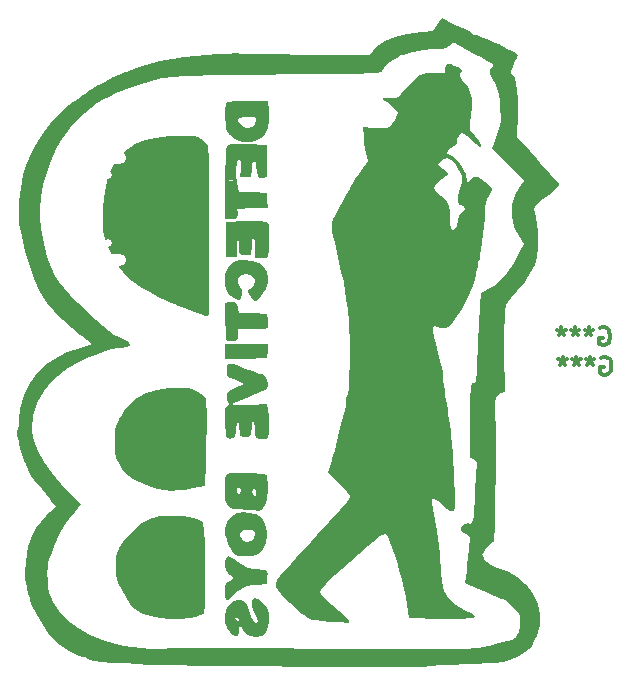
<source format=gbr>
%TF.GenerationSoftware,KiCad,Pcbnew,(6.0.0)*%
%TF.CreationDate,2023-02-19T23:28:08+01:00*%
%TF.ProjectId,DETECTIVE BOYS BADGE,44455445-4354-4495-9645-20424f595320,rev?*%
%TF.SameCoordinates,Original*%
%TF.FileFunction,Legend,Bot*%
%TF.FilePolarity,Positive*%
%FSLAX46Y46*%
G04 Gerber Fmt 4.6, Leading zero omitted, Abs format (unit mm)*
G04 Created by KiCad (PCBNEW (6.0.0)) date 2023-02-19 23:28:08*
%MOMM*%
%LPD*%
G01*
G04 APERTURE LIST*
%ADD10C,0.300000*%
%ADD11C,1.500000*%
%ADD12C,0.900000*%
%ADD13C,0.650000*%
%ADD14O,1.600000X1.000000*%
%ADD15O,2.100000X1.000000*%
G04 APERTURE END LIST*
D10*
%TO.C,G\u002A\u002A\u002A*%
X179742571Y-126238000D02*
X179887714Y-126165428D01*
X180105428Y-126165428D01*
X180323142Y-126238000D01*
X180468285Y-126383142D01*
X180540857Y-126528285D01*
X180613428Y-126818571D01*
X180613428Y-127036285D01*
X180540857Y-127326571D01*
X180468285Y-127471714D01*
X180323142Y-127616857D01*
X180105428Y-127689428D01*
X179960285Y-127689428D01*
X179742571Y-127616857D01*
X179670000Y-127544285D01*
X179670000Y-127036285D01*
X179960285Y-127036285D01*
X178799142Y-126165428D02*
X178799142Y-126528285D01*
X179162000Y-126383142D02*
X178799142Y-126528285D01*
X178436285Y-126383142D01*
X179016857Y-126818571D02*
X178799142Y-126528285D01*
X178581428Y-126818571D01*
X177638000Y-126165428D02*
X177638000Y-126528285D01*
X178000857Y-126383142D02*
X177638000Y-126528285D01*
X177275142Y-126383142D01*
X177855714Y-126818571D02*
X177638000Y-126528285D01*
X177420285Y-126818571D01*
X176476857Y-126165428D02*
X176476857Y-126528285D01*
X176839714Y-126383142D02*
X176476857Y-126528285D01*
X176114000Y-126383142D01*
X176694571Y-126818571D02*
X176476857Y-126528285D01*
X176259142Y-126818571D01*
X179842571Y-128738000D02*
X179987714Y-128665428D01*
X180205428Y-128665428D01*
X180423142Y-128738000D01*
X180568285Y-128883142D01*
X180640857Y-129028285D01*
X180713428Y-129318571D01*
X180713428Y-129536285D01*
X180640857Y-129826571D01*
X180568285Y-129971714D01*
X180423142Y-130116857D01*
X180205428Y-130189428D01*
X180060285Y-130189428D01*
X179842571Y-130116857D01*
X179770000Y-130044285D01*
X179770000Y-129536285D01*
X180060285Y-129536285D01*
X178899142Y-128665428D02*
X178899142Y-129028285D01*
X179262000Y-128883142D02*
X178899142Y-129028285D01*
X178536285Y-128883142D01*
X179116857Y-129318571D02*
X178899142Y-129028285D01*
X178681428Y-129318571D01*
X177738000Y-128665428D02*
X177738000Y-129028285D01*
X178100857Y-128883142D02*
X177738000Y-129028285D01*
X177375142Y-128883142D01*
X177955714Y-129318571D02*
X177738000Y-129028285D01*
X177520285Y-129318571D01*
X176576857Y-128665428D02*
X176576857Y-129028285D01*
X176939714Y-128883142D02*
X176576857Y-129028285D01*
X176214000Y-128883142D01*
X176794571Y-129318571D02*
X176576857Y-129028285D01*
X176359142Y-129318571D01*
G36*
X150571279Y-151193424D02*
G01*
X150700032Y-151177080D01*
X150769436Y-151021546D01*
X150712140Y-150763215D01*
X150531280Y-150459569D01*
X150495474Y-150408797D01*
X150368031Y-150112479D01*
X150296080Y-149755621D01*
X150283632Y-149410829D01*
X150334698Y-149150709D01*
X150453288Y-149047867D01*
X150478307Y-149049268D01*
X150747302Y-149150168D01*
X151076279Y-149366272D01*
X151381960Y-149635090D01*
X151581069Y-149894135D01*
X151636547Y-150022923D01*
X151735462Y-150508007D01*
X151724944Y-151049593D01*
X151617640Y-151575191D01*
X151426200Y-152012310D01*
X151163273Y-152288461D01*
X151071805Y-152334894D01*
X150619216Y-152417116D01*
X150145450Y-152313355D01*
X149719069Y-152048638D01*
X149408634Y-151647990D01*
X149222507Y-151274882D01*
X149214808Y-151786493D01*
X149195903Y-152085832D01*
X149125783Y-152255087D01*
X148977052Y-152298104D01*
X148956211Y-152296972D01*
X148711493Y-152180448D01*
X148436891Y-151921749D01*
X148195052Y-151591029D01*
X148048624Y-151258440D01*
X148035974Y-151205092D01*
X148002249Y-150771351D01*
X148882422Y-150771351D01*
X148966351Y-150913744D01*
X149057797Y-151014540D01*
X149161660Y-151094313D01*
X149182364Y-151074361D01*
X149207109Y-150913744D01*
X149180662Y-150823292D01*
X149011801Y-150733176D01*
X148993013Y-150733344D01*
X148882422Y-150771351D01*
X148002249Y-150771351D01*
X147990465Y-150619801D01*
X148103297Y-150084954D01*
X148349649Y-149646291D01*
X148704702Y-149349552D01*
X149143637Y-149240474D01*
X149376827Y-149251895D01*
X149600761Y-149323251D01*
X149771280Y-149498293D01*
X149926323Y-149820146D01*
X150103828Y-150331933D01*
X150230188Y-150684154D01*
X150344257Y-150913744D01*
X150411397Y-151048879D01*
X150571279Y-151193424D01*
G37*
G36*
X148430648Y-129233916D02*
G01*
X148747341Y-129313135D01*
X149188575Y-129458673D01*
X149700565Y-129654163D01*
X150110015Y-129817497D01*
X150558408Y-129988682D01*
X150887551Y-130105272D01*
X151045919Y-130148341D01*
X151098143Y-130153062D01*
X151347978Y-130299016D01*
X151538729Y-130591234D01*
X151614692Y-130951095D01*
X151604413Y-131141512D01*
X151531732Y-131319009D01*
X151342402Y-131466778D01*
X150982702Y-131643694D01*
X150974721Y-131647334D01*
X150193805Y-132000229D01*
X149605781Y-132257860D01*
X149187114Y-132429902D01*
X148914265Y-132526031D01*
X148763699Y-132555924D01*
X148690027Y-132572409D01*
X148671445Y-132686080D01*
X148726650Y-132721962D01*
X148986888Y-132760327D01*
X149462607Y-132763517D01*
X150165204Y-132731882D01*
X151578521Y-132647528D01*
X151655472Y-133113337D01*
X151667317Y-133189872D01*
X151715370Y-133661647D01*
X151736489Y-134182308D01*
X151732323Y-134694071D01*
X151704521Y-135139152D01*
X151654729Y-135459769D01*
X151584598Y-135598138D01*
X151288217Y-135651208D01*
X150934444Y-135631555D01*
X150681754Y-135537405D01*
X150630538Y-135461166D01*
X150558626Y-135175116D01*
X150531280Y-134768199D01*
X150516675Y-134492733D01*
X150461426Y-134227083D01*
X150386473Y-134113072D01*
X150314935Y-134178683D01*
X150269931Y-134451896D01*
X150248458Y-134776067D01*
X150223270Y-135032619D01*
X150190070Y-135176727D01*
X150137347Y-135280321D01*
X150088836Y-135335601D01*
X149845280Y-135450415D01*
X149550778Y-135479439D01*
X149333686Y-135403070D01*
X149294732Y-135335954D01*
X149231904Y-135065941D01*
X149207109Y-134698673D01*
X149190306Y-134365242D01*
X149134557Y-134156448D01*
X149060287Y-134165875D01*
X148989015Y-134384893D01*
X148942264Y-134804874D01*
X148919208Y-135135180D01*
X148867977Y-135381962D01*
X148761863Y-135507644D01*
X148568822Y-135578612D01*
X148422462Y-135610626D01*
X148235872Y-135576012D01*
X148117400Y-135368271D01*
X148098656Y-135304556D01*
X148049979Y-134984479D01*
X148016055Y-134526509D01*
X148003318Y-134007377D01*
X148007337Y-133640693D01*
X148034328Y-133204797D01*
X148092603Y-132936939D01*
X148188989Y-132792448D01*
X148291208Y-132672212D01*
X148249178Y-132512875D01*
X148161131Y-132315642D01*
X148123697Y-132009851D01*
X148123853Y-131981101D01*
X148148310Y-131780602D01*
X148248964Y-131631411D01*
X148475116Y-131487091D01*
X148876067Y-131301207D01*
X149628436Y-130970105D01*
X149267299Y-130808075D01*
X148910974Y-130653079D01*
X148514929Y-130488186D01*
X148452334Y-130462304D01*
X148234845Y-130335793D01*
X148142756Y-130149839D01*
X148123697Y-129814230D01*
X148123747Y-129796801D01*
X148169841Y-129404057D01*
X148303699Y-129229058D01*
X148430648Y-129233916D01*
G37*
G36*
X151144335Y-117172455D02*
G01*
X151417662Y-117211226D01*
X151564978Y-117276466D01*
X151611602Y-117325295D01*
X151679519Y-117477541D01*
X151717678Y-117739068D01*
X151730722Y-118153529D01*
X151723295Y-118764575D01*
X151710342Y-119225285D01*
X151690434Y-119698387D01*
X151668395Y-120036586D01*
X151647062Y-120186967D01*
X151612887Y-120212101D01*
X151398716Y-120258750D01*
X151065882Y-120277251D01*
X150531280Y-120277251D01*
X150531280Y-119434597D01*
X150529624Y-119281350D01*
X150498971Y-118849962D01*
X150441594Y-118635215D01*
X150373198Y-118642459D01*
X150309488Y-118877042D01*
X150266171Y-119344313D01*
X150260585Y-119459071D01*
X150233918Y-119820879D01*
X150182844Y-120009359D01*
X150080317Y-120079088D01*
X149899290Y-120084645D01*
X149800787Y-120081042D01*
X149454266Y-120055226D01*
X149278385Y-119975892D01*
X149215285Y-119789298D01*
X149207109Y-119441702D01*
X149199383Y-119237099D01*
X149151662Y-118924018D01*
X149074821Y-118765152D01*
X149007965Y-118788875D01*
X148974778Y-119009078D01*
X148984537Y-119450227D01*
X149026541Y-120217062D01*
X148063508Y-120217062D01*
X148063508Y-117237592D01*
X149720257Y-117179028D01*
X150088349Y-117167384D01*
X150712172Y-117158419D01*
X151144335Y-117172455D01*
G37*
G36*
X149075505Y-114258294D02*
G01*
X149150238Y-114679621D01*
X150352370Y-114739811D01*
X151554503Y-114800000D01*
X151590745Y-115427856D01*
X151626988Y-116055711D01*
X150326764Y-116089941D01*
X149026541Y-116124171D01*
X149059733Y-116420515D01*
X149067474Y-116635917D01*
X149033416Y-116871937D01*
X149020540Y-116894444D01*
X148830203Y-116990269D01*
X148491061Y-117027014D01*
X148008214Y-117027014D01*
X148010266Y-114061403D01*
X148011103Y-113738852D01*
X148313941Y-113738852D01*
X148484835Y-113757770D01*
X148650431Y-113740990D01*
X148635308Y-113697053D01*
X148580818Y-113681153D01*
X148334361Y-113697053D01*
X148313941Y-113738852D01*
X148011103Y-113738852D01*
X148011182Y-113708352D01*
X148020245Y-112816742D01*
X148038103Y-112060587D01*
X148063734Y-111466202D01*
X148096116Y-111059901D01*
X148134230Y-110867998D01*
X148188691Y-110789186D01*
X148291886Y-110723221D01*
X148474963Y-110683095D01*
X148778105Y-110664399D01*
X149241496Y-110662722D01*
X149905322Y-110673657D01*
X151554503Y-110707109D01*
X151554503Y-113475830D01*
X151178998Y-113512378D01*
X151170089Y-113513216D01*
X150914959Y-113492170D01*
X150757427Y-113347351D01*
X150677029Y-113040677D01*
X150653303Y-112534064D01*
X150644454Y-112320149D01*
X150586443Y-112138597D01*
X150453385Y-112112737D01*
X150334009Y-112191982D01*
X150267807Y-112408786D01*
X150242722Y-112813744D01*
X150230332Y-113475830D01*
X149283107Y-113475830D01*
X149313813Y-112723460D01*
X149320917Y-112497603D01*
X149311296Y-112172129D01*
X149259605Y-112013108D01*
X149155435Y-111971090D01*
X149096602Y-111982038D01*
X149015138Y-112085948D01*
X148970826Y-112337740D01*
X148952096Y-112783649D01*
X148949190Y-113201252D01*
X148955304Y-113541831D01*
X148969306Y-113716588D01*
X148972501Y-113729377D01*
X148974917Y-113740990D01*
X149016749Y-113942090D01*
X149075505Y-114258294D01*
G37*
G36*
X169985508Y-116880486D02*
G01*
X169934246Y-117581363D01*
X169865710Y-118301604D01*
X169786236Y-118989271D01*
X169702160Y-119592424D01*
X169619816Y-120059127D01*
X169545543Y-120337441D01*
X169542428Y-120345191D01*
X169454488Y-120638116D01*
X169379501Y-120999526D01*
X169373324Y-121037480D01*
X169317086Y-121348310D01*
X169272806Y-121541232D01*
X169268603Y-121554864D01*
X169214224Y-121767717D01*
X169142563Y-122082939D01*
X168987414Y-122648857D01*
X168601445Y-123584378D01*
X168030486Y-124603397D01*
X167263981Y-125726387D01*
X167072050Y-125980438D01*
X166878894Y-126171606D01*
X166668961Y-126243132D01*
X166369990Y-126215427D01*
X165909716Y-126108901D01*
X165847424Y-126095034D01*
X165662533Y-126095939D01*
X165583562Y-126216235D01*
X165602074Y-126491744D01*
X165709628Y-126958294D01*
X165855927Y-127524288D01*
X166057503Y-128325281D01*
X166211003Y-128976362D01*
X166326890Y-129529023D01*
X166415625Y-130034752D01*
X166487671Y-130545039D01*
X166553491Y-131111375D01*
X166582348Y-131362614D01*
X166653851Y-131894887D01*
X166727095Y-132341196D01*
X166790061Y-132624661D01*
X166801110Y-132663202D01*
X166873313Y-133056247D01*
X166902844Y-133479446D01*
X166903508Y-133533132D01*
X166941458Y-133954116D01*
X167019785Y-134313553D01*
X167054272Y-134475066D01*
X167105985Y-134861456D01*
X167161354Y-135404220D01*
X167215661Y-136055939D01*
X167264185Y-136769194D01*
X167301746Y-137390813D01*
X167365260Y-138453056D01*
X167414697Y-139310493D01*
X167450515Y-139986713D01*
X167473169Y-140505304D01*
X167483117Y-140889855D01*
X167480816Y-141163956D01*
X167466721Y-141351194D01*
X167441289Y-141475160D01*
X167404978Y-141559441D01*
X167358244Y-141627628D01*
X167296610Y-141700502D01*
X167196386Y-141750653D01*
X167052474Y-141703274D01*
X166818648Y-141538483D01*
X166448679Y-141236395D01*
X166022579Y-140894861D01*
X165715291Y-140689212D01*
X165541624Y-140643414D01*
X165482003Y-140752764D01*
X165516852Y-141012559D01*
X165636649Y-141564501D01*
X165804033Y-142472302D01*
X165942687Y-143450237D01*
X166016180Y-144029775D01*
X166104392Y-144714935D01*
X166183023Y-145316114D01*
X166239875Y-145831897D01*
X166284819Y-146427826D01*
X166301744Y-146922705D01*
X166360077Y-147759409D01*
X166574576Y-148526958D01*
X166966189Y-149161561D01*
X167555146Y-149695002D01*
X168361678Y-150159066D01*
X168650117Y-150299579D01*
X168969199Y-150472035D01*
X169144007Y-150604688D01*
X169160774Y-150702196D01*
X169005732Y-150769221D01*
X168665111Y-150810422D01*
X168125143Y-150830458D01*
X167372061Y-150833990D01*
X166392097Y-150825678D01*
X163594145Y-150793365D01*
X163312133Y-149108057D01*
X163295584Y-149011333D01*
X163152460Y-148286972D01*
X162970734Y-147511409D01*
X162761797Y-146720415D01*
X162537045Y-145949759D01*
X162307868Y-145235209D01*
X162085661Y-144612537D01*
X161881816Y-144117510D01*
X161707726Y-143785900D01*
X161574785Y-143653476D01*
X161510998Y-143654021D01*
X161256713Y-143751743D01*
X160963095Y-143953034D01*
X160915479Y-143993262D01*
X160102655Y-144684750D01*
X159312346Y-145365517D01*
X158567673Y-146014974D01*
X157891754Y-146612531D01*
X157307711Y-147137599D01*
X156838662Y-147569586D01*
X156507728Y-147887905D01*
X156338029Y-148071965D01*
X156301887Y-148122349D01*
X156136107Y-148401572D01*
X156068721Y-148602329D01*
X156069371Y-148614777D01*
X156128856Y-148749307D01*
X156298887Y-148953803D01*
X156599275Y-149247809D01*
X157049830Y-149650868D01*
X157670360Y-150182526D01*
X157712215Y-150218149D01*
X158063023Y-150533498D01*
X158340001Y-150810484D01*
X158486359Y-150992722D01*
X158531462Y-151102540D01*
X158486166Y-151167521D01*
X158293701Y-151181048D01*
X157907943Y-151156151D01*
X157427295Y-151119483D01*
X156834160Y-151076641D01*
X156257663Y-151036957D01*
X156223606Y-151034661D01*
X155715252Y-150987241D01*
X155350364Y-150909114D01*
X155036739Y-150771533D01*
X154682172Y-150545750D01*
X154381085Y-150315413D01*
X153972957Y-149961874D01*
X153531982Y-149549244D01*
X153101330Y-149120630D01*
X152724171Y-148719139D01*
X152443672Y-148387881D01*
X152303004Y-148169961D01*
X152287385Y-148122808D01*
X152278808Y-147885404D01*
X152387360Y-147597193D01*
X152629737Y-147232033D01*
X153022636Y-146763783D01*
X153582752Y-146166303D01*
X154020420Y-145705728D01*
X154629204Y-145046646D01*
X155241320Y-144367372D01*
X155774074Y-143758760D01*
X156232679Y-143231697D01*
X156771707Y-142626688D01*
X157291313Y-142056389D01*
X157723934Y-141595748D01*
X157988413Y-141312170D01*
X158302456Y-140947448D01*
X158517155Y-140662403D01*
X158596683Y-140501937D01*
X158541068Y-140383492D01*
X158342907Y-140122273D01*
X158034910Y-139772384D01*
X157652601Y-139376186D01*
X156708520Y-138437642D01*
X156943357Y-137753892D01*
X157065611Y-137388774D01*
X157179316Y-137016768D01*
X157287207Y-136614459D01*
X157407530Y-136113370D01*
X157558530Y-135445024D01*
X157666784Y-134987658D01*
X157825854Y-134366538D01*
X157984101Y-133791334D01*
X157989036Y-133774159D01*
X158113409Y-133286144D01*
X158201867Y-132836774D01*
X158235545Y-132521334D01*
X158235622Y-132507125D01*
X158272938Y-132197669D01*
X158357915Y-132000190D01*
X158363921Y-131992821D01*
X158417340Y-131798536D01*
X158463727Y-131406521D01*
X158502279Y-130855630D01*
X158532196Y-130184719D01*
X158552675Y-129432642D01*
X158562917Y-128638254D01*
X158562120Y-127840410D01*
X158549481Y-127077965D01*
X158524201Y-126389774D01*
X158485478Y-125814692D01*
X158475820Y-125708348D01*
X158372050Y-124634037D01*
X158273483Y-123756470D01*
X158174666Y-123035460D01*
X158070143Y-122430822D01*
X157954461Y-121902370D01*
X157941138Y-121847828D01*
X157665077Y-120708678D01*
X157445259Y-119777426D01*
X157277644Y-119029973D01*
X157158194Y-118442219D01*
X157082867Y-117990067D01*
X157047625Y-117649415D01*
X157048429Y-117396166D01*
X157081238Y-117206219D01*
X157142013Y-117055476D01*
X157169958Y-117000592D01*
X157304514Y-116716185D01*
X157461589Y-116364929D01*
X157616973Y-116047307D01*
X157863665Y-115598900D01*
X158133794Y-115148129D01*
X158156824Y-115111447D01*
X158379306Y-114745589D01*
X158536868Y-114466107D01*
X158575042Y-114379851D01*
X165699053Y-114379851D01*
X165751776Y-114509319D01*
X165962272Y-114751245D01*
X166283329Y-115016608D01*
X166300141Y-115028725D01*
X166619692Y-115288082D01*
X166829560Y-115553036D01*
X166951961Y-115882153D01*
X167009110Y-116333997D01*
X167023223Y-116967132D01*
X167055175Y-117431711D01*
X167158884Y-117791296D01*
X167306220Y-117940376D01*
X167467866Y-117874273D01*
X167614502Y-117588309D01*
X167716810Y-117077806D01*
X167764815Y-116781529D01*
X167871770Y-116544111D01*
X168063153Y-116418766D01*
X168237209Y-116317613D01*
X168329093Y-116122505D01*
X168221000Y-115931084D01*
X167926067Y-115802411D01*
X167796044Y-115751730D01*
X167717185Y-115596999D01*
X167714744Y-115276874D01*
X167727551Y-115147051D01*
X167813802Y-114691602D01*
X167944584Y-114241001D01*
X167958568Y-114201897D01*
X168057304Y-113891748D01*
X168079359Y-113653977D01*
X168018809Y-113390641D01*
X167869725Y-113003794D01*
X167749526Y-112739880D01*
X167449106Y-112269502D01*
X167119732Y-111961529D01*
X166796326Y-111853388D01*
X166573310Y-111923541D01*
X166300948Y-112092887D01*
X166000000Y-112329709D01*
X166481517Y-112756114D01*
X166706022Y-112960007D01*
X166851157Y-113127035D01*
X166852700Y-113232569D01*
X166733792Y-113329175D01*
X166399696Y-113566859D01*
X166043609Y-113879218D01*
X165793482Y-114167050D01*
X165699053Y-114379851D01*
X158575042Y-114379851D01*
X158596683Y-114330952D01*
X158640587Y-114237886D01*
X158795484Y-113979498D01*
X159035808Y-113603022D01*
X159333945Y-113152593D01*
X160071207Y-112056127D01*
X159940327Y-111441808D01*
X159878779Y-111101859D01*
X159802596Y-110550779D01*
X159748866Y-110010280D01*
X159688286Y-109193072D01*
X160576630Y-109273572D01*
X160671008Y-109281938D01*
X161252361Y-109316223D01*
X161657590Y-109287017D01*
X161940570Y-109174543D01*
X162155176Y-108959026D01*
X162355282Y-108620692D01*
X162659449Y-108034425D01*
X162283279Y-107604979D01*
X162186053Y-107500192D01*
X161853481Y-107199766D01*
X161545972Y-106989979D01*
X161489709Y-106959659D01*
X161335230Y-106844430D01*
X161365403Y-106790849D01*
X161431707Y-106786561D01*
X161721690Y-106771841D01*
X162096231Y-106755935D01*
X162150916Y-106753602D01*
X162439525Y-106721450D01*
X162659951Y-106628431D01*
X162883041Y-106430607D01*
X163179644Y-106084042D01*
X163467898Y-105752764D01*
X163848027Y-105358435D01*
X164175301Y-105060819D01*
X164289872Y-104970963D01*
X164528489Y-104816943D01*
X164785234Y-104725320D01*
X165134316Y-104675204D01*
X165649945Y-104645704D01*
X166662086Y-104603257D01*
X166662086Y-104261576D01*
X166700168Y-103979586D01*
X166848711Y-103830063D01*
X167108611Y-103893725D01*
X167114106Y-103896680D01*
X167380783Y-104024625D01*
X167715403Y-104167947D01*
X167996665Y-104305374D01*
X168098499Y-104438748D01*
X167986256Y-104567773D01*
X167971990Y-104577235D01*
X167868704Y-104777312D01*
X167942304Y-105057981D01*
X168178263Y-105359348D01*
X168188873Y-105369302D01*
X168542638Y-105774676D01*
X168772702Y-106230831D01*
X168888331Y-106781231D01*
X168898788Y-107469335D01*
X168813338Y-108338606D01*
X168771783Y-108669244D01*
X168730169Y-109140757D01*
X168738448Y-109422176D01*
X168796195Y-109543288D01*
X168952154Y-109679322D01*
X169184347Y-109946044D01*
X169418335Y-110258480D01*
X169599085Y-110542421D01*
X169671564Y-110723662D01*
X169669125Y-110775439D01*
X169617695Y-110869199D01*
X169479776Y-110827953D01*
X169229436Y-110638037D01*
X168840748Y-110285782D01*
X168807230Y-110254498D01*
X168477381Y-109965827D01*
X168207466Y-109761455D01*
X168053105Y-109683886D01*
X167933571Y-109736440D01*
X167771076Y-109945200D01*
X167664561Y-110219468D01*
X167665171Y-110457281D01*
X167645602Y-110626967D01*
X167401546Y-110818602D01*
X167128818Y-110990018D01*
X166901817Y-111189863D01*
X166874545Y-111223486D01*
X166799994Y-111378880D01*
X166910585Y-111488629D01*
X167179409Y-111658288D01*
X167720688Y-112107726D01*
X168058323Y-112572986D01*
X168083800Y-112625553D01*
X168244945Y-112957233D01*
X168365106Y-113203343D01*
X168417883Y-113346683D01*
X168467773Y-113662962D01*
X168467773Y-113913551D01*
X168817399Y-113664595D01*
X168858325Y-113635877D01*
X169107211Y-113479435D01*
X169256361Y-113415640D01*
X169397739Y-113461800D01*
X169672726Y-113622087D01*
X169997761Y-113851028D01*
X170308989Y-114100047D01*
X170542553Y-114320572D01*
X170634598Y-114464030D01*
X170630586Y-114501318D01*
X170532960Y-114743845D01*
X170345674Y-115035695D01*
X170273203Y-115136873D01*
X170158233Y-115356516D01*
X170083232Y-115635201D01*
X170034916Y-116033500D01*
X170029544Y-116122505D01*
X170000004Y-116611986D01*
X169985508Y-116880486D01*
G37*
G36*
X144347414Y-131270283D02*
G01*
X144946622Y-131335043D01*
X145388725Y-131448153D01*
X145750155Y-131637525D01*
X146107346Y-131931070D01*
X146159066Y-131979640D01*
X146276334Y-132105095D01*
X146355087Y-132246652D01*
X146402980Y-132449241D01*
X146427664Y-132757796D01*
X146436794Y-133217245D01*
X146438021Y-133872522D01*
X146437266Y-134110408D01*
X146428418Y-134896694D01*
X146411206Y-135796343D01*
X146387614Y-136715931D01*
X146359628Y-137562035D01*
X146281603Y-139618856D01*
X145246489Y-139804802D01*
X144622420Y-139908691D01*
X143993992Y-139980849D01*
X143447576Y-139991105D01*
X142899999Y-139940122D01*
X142268090Y-139828564D01*
X141562515Y-139640952D01*
X140539546Y-139178825D01*
X140247459Y-139004164D01*
X139846021Y-138733901D01*
X139553840Y-138466999D01*
X139302732Y-138135648D01*
X139024516Y-137672038D01*
X138885430Y-137413570D01*
X138776070Y-137141475D01*
X138714111Y-136839817D01*
X138686065Y-136438231D01*
X138678448Y-135866351D01*
X138678137Y-135701717D01*
X138684717Y-135191583D01*
X138716746Y-134823802D01*
X138791593Y-134520204D01*
X138926630Y-134202622D01*
X139139228Y-133792888D01*
X139157842Y-133758380D01*
X139458899Y-133266352D01*
X139800212Y-132799590D01*
X140111456Y-132454875D01*
X140536633Y-132127214D01*
X141325749Y-131721669D01*
X142249109Y-131432895D01*
X143253658Y-131275997D01*
X144286342Y-131266084D01*
X144347414Y-131270283D01*
G37*
G36*
X148977698Y-124163109D02*
G01*
X149086730Y-124491888D01*
X149146920Y-124911848D01*
X150350711Y-124972038D01*
X151554503Y-125032228D01*
X151629544Y-125573934D01*
X151648662Y-125731102D01*
X151668643Y-126041314D01*
X151652534Y-126205924D01*
X151573677Y-126234016D01*
X151295346Y-126266146D01*
X150867770Y-126288088D01*
X150343607Y-126296209D01*
X149086730Y-126296209D01*
X149086730Y-126769729D01*
X149086713Y-126785688D01*
X149065506Y-127089457D01*
X148971341Y-127233435D01*
X148755688Y-127294564D01*
X148574628Y-127322272D01*
X148354597Y-127337897D01*
X148207800Y-127287397D01*
X148118085Y-127135870D01*
X148069304Y-126848411D01*
X148045306Y-126390117D01*
X148029941Y-125726086D01*
X147996374Y-124135714D01*
X148291272Y-124061699D01*
X148371050Y-124043027D01*
X148750478Y-124019621D01*
X148977698Y-124163109D01*
G37*
G36*
X144623595Y-109925568D02*
G01*
X145114830Y-109937280D01*
X145452867Y-109982753D01*
X145717292Y-110079979D01*
X145987692Y-110246950D01*
X146118207Y-110342424D01*
X146401023Y-110585764D01*
X146566304Y-110781379D01*
X146578017Y-110845145D01*
X146596325Y-111127815D01*
X146612842Y-111608203D01*
X146627519Y-112260516D01*
X146640308Y-113058964D01*
X146651160Y-113977753D01*
X146660024Y-114991093D01*
X146666853Y-116073191D01*
X146671597Y-117198255D01*
X146674207Y-118340494D01*
X146674635Y-119474116D01*
X146672831Y-120573329D01*
X146668746Y-121612340D01*
X146662331Y-122565359D01*
X146653537Y-123406593D01*
X146642315Y-124110251D01*
X146628616Y-124650540D01*
X146612392Y-125001669D01*
X146593592Y-125137846D01*
X146585304Y-125145996D01*
X146495254Y-125212796D01*
X146405471Y-125195266D01*
X146120846Y-125110531D01*
X145711330Y-124974565D01*
X145237245Y-124808638D01*
X144758914Y-124634022D01*
X144336660Y-124471986D01*
X144030806Y-124343801D01*
X143777705Y-124229259D01*
X143219496Y-123982357D01*
X142706636Y-123761601D01*
X142510042Y-123671794D01*
X142040164Y-123429521D01*
X141496503Y-123124353D01*
X140961138Y-122801438D01*
X140140477Y-122221370D01*
X139394062Y-121515177D01*
X138769723Y-120686006D01*
X138216092Y-119675356D01*
X138139404Y-119513943D01*
X137946046Y-119082725D01*
X137821575Y-118727767D01*
X137747917Y-118369819D01*
X137706998Y-117929633D01*
X137680747Y-117327962D01*
X137685628Y-115937789D01*
X137821425Y-114611895D01*
X138096048Y-113469440D01*
X138512498Y-112501467D01*
X139073777Y-111699015D01*
X139782885Y-111053123D01*
X140373344Y-110685722D01*
X141187266Y-110343700D01*
X142137621Y-110107651D01*
X143254013Y-109970596D01*
X144566042Y-109925558D01*
X144623595Y-109925568D01*
G37*
G36*
X151393430Y-109791974D02*
G01*
X151044406Y-110163625D01*
X150560578Y-110381950D01*
X150123623Y-110471197D01*
X149430952Y-110470955D01*
X148858215Y-110263096D01*
X148403232Y-109847082D01*
X148339106Y-109760279D01*
X148198923Y-109524084D01*
X148111347Y-109254450D01*
X148059037Y-108882272D01*
X148035495Y-108509956D01*
X149097581Y-108509956D01*
X149129798Y-108702822D01*
X149336226Y-109005567D01*
X149576797Y-109221689D01*
X149877932Y-109322749D01*
X149961014Y-109315928D01*
X150288208Y-109174450D01*
X150546672Y-108909595D01*
X150651659Y-108600474D01*
X150630657Y-108476356D01*
X150528740Y-108400643D01*
X150292652Y-108367220D01*
X149869195Y-108359716D01*
X149630601Y-108363196D01*
X149258280Y-108404303D01*
X149097581Y-108509956D01*
X148035495Y-108509956D01*
X148024650Y-108338443D01*
X148017906Y-108170476D01*
X148015370Y-107674353D01*
X148041102Y-107313171D01*
X148092152Y-107139318D01*
X148121964Y-107123702D01*
X148353032Y-107081157D01*
X148763818Y-107045136D01*
X149308957Y-107018914D01*
X149943086Y-107005764D01*
X151674882Y-106991348D01*
X151712803Y-107765816D01*
X151715623Y-108523841D01*
X151704993Y-108600474D01*
X151614788Y-109250784D01*
X151393430Y-109791974D01*
G37*
G36*
X148284802Y-145556982D02*
G01*
X148449859Y-145626911D01*
X148744904Y-145801269D01*
X149108136Y-146043651D01*
X149540336Y-146319163D01*
X149975231Y-146506443D01*
X150437536Y-146593079D01*
X150772626Y-146626442D01*
X151197064Y-146679941D01*
X151448649Y-146750339D01*
X151569754Y-146864955D01*
X151602752Y-147051108D01*
X151590018Y-147336119D01*
X151554503Y-147904266D01*
X150645467Y-147964455D01*
X150292271Y-147993601D01*
X149850420Y-148069891D01*
X149489629Y-148214914D01*
X149129290Y-148465499D01*
X148688799Y-148858478D01*
X148512523Y-149016488D01*
X148262908Y-149212182D01*
X148116998Y-149288626D01*
X148065129Y-149208352D01*
X148020489Y-148946029D01*
X148003318Y-148564581D01*
X148011338Y-148172772D01*
X148056199Y-147919473D01*
X148167832Y-147758581D01*
X148376155Y-147613802D01*
X148748991Y-147387066D01*
X148376155Y-147111416D01*
X148229476Y-146992503D01*
X148049347Y-146738416D01*
X148003318Y-146386733D01*
X148025003Y-146002027D01*
X148118589Y-145670471D01*
X148281821Y-145556872D01*
X148284802Y-145556982D01*
G37*
G36*
X143609479Y-142149020D02*
G01*
X143891222Y-142152631D01*
X144501470Y-142173786D01*
X144951930Y-142217599D01*
X145301267Y-142291526D01*
X145608151Y-142403021D01*
X146162274Y-142644061D01*
X146237885Y-143528666D01*
X146246329Y-143637956D01*
X146271842Y-144127789D01*
X146291151Y-144755356D01*
X146304406Y-145482811D01*
X146311758Y-146272310D01*
X146313359Y-147086009D01*
X146309359Y-147886062D01*
X146299909Y-148634626D01*
X146285161Y-149293855D01*
X146265266Y-149825906D01*
X146240373Y-150192933D01*
X146210636Y-150357092D01*
X146141663Y-150421307D01*
X145879781Y-150557306D01*
X145519078Y-150680010D01*
X144918077Y-150790433D01*
X144156932Y-150840554D01*
X143333051Y-150825635D01*
X142506553Y-150751232D01*
X141737555Y-150622899D01*
X141086178Y-150446191D01*
X140612538Y-150226663D01*
X140375934Y-150034781D01*
X139979979Y-149591001D01*
X139585365Y-149025907D01*
X139236369Y-148405340D01*
X138977270Y-147795136D01*
X138803491Y-147103913D01*
X138732306Y-146297223D01*
X138793042Y-145536310D01*
X138985481Y-144899130D01*
X139013235Y-144842549D01*
X139348241Y-144324977D01*
X139825581Y-143765143D01*
X140381996Y-143225111D01*
X140954226Y-142766945D01*
X141479011Y-142452711D01*
X141590238Y-142402144D01*
X141889669Y-142281806D01*
X142178503Y-142205278D01*
X142519545Y-142163606D01*
X142975602Y-142147837D01*
X143609479Y-142149020D01*
G37*
G36*
X151614692Y-128142022D02*
G01*
X151612071Y-128276693D01*
X151583782Y-128583595D01*
X151534440Y-128743918D01*
X151506423Y-128755105D01*
X151284479Y-128782305D01*
X150884055Y-128804223D01*
X150350398Y-128818849D01*
X149728752Y-128824171D01*
X148003318Y-128824171D01*
X148003318Y-127620379D01*
X151614692Y-127620379D01*
X151614692Y-128142022D01*
G37*
G36*
X149590642Y-120473505D02*
G01*
X150268264Y-120534213D01*
X150842743Y-120716863D01*
X151257236Y-121035811D01*
X151541135Y-121506623D01*
X151664649Y-121907807D01*
X151667928Y-122423149D01*
X151470473Y-122941695D01*
X151061561Y-123508209D01*
X150869757Y-123714732D01*
X150636325Y-123915831D01*
X150492402Y-123975982D01*
X150350173Y-123853273D01*
X150167501Y-123596979D01*
X150010310Y-123305660D01*
X149938183Y-123076066D01*
X149953779Y-123007299D01*
X150105718Y-122925593D01*
X150108178Y-122925576D01*
X150309960Y-122816792D01*
X150467632Y-122551783D01*
X150531280Y-122214007D01*
X150525739Y-122148406D01*
X150380796Y-121892673D01*
X150096617Y-121719184D01*
X149750343Y-121646903D01*
X149419112Y-121694793D01*
X149180064Y-121881819D01*
X149107065Y-122067415D01*
X149116831Y-122432498D01*
X149282051Y-122742579D01*
X149415132Y-122987960D01*
X149407578Y-123367988D01*
X149353975Y-123646415D01*
X149256696Y-123843784D01*
X149079914Y-123853512D01*
X148766125Y-123705890D01*
X148463604Y-123518713D01*
X148208232Y-123262953D01*
X148058646Y-122928110D01*
X147993279Y-122461470D01*
X147990562Y-121810318D01*
X148002359Y-121661198D01*
X148124964Y-121292372D01*
X148415441Y-120907474D01*
X148459317Y-120859778D01*
X148687454Y-120634161D01*
X148893752Y-120516106D01*
X149165663Y-120473319D01*
X149590642Y-120473505D01*
G37*
G36*
X151461555Y-144454444D02*
G01*
X151194965Y-144971864D01*
X150805918Y-145343005D01*
X150799459Y-145346962D01*
X150364971Y-145499358D01*
X149741243Y-145553669D01*
X149465262Y-145550729D01*
X149134592Y-145514374D01*
X148906485Y-145415117D01*
X148694311Y-145225830D01*
X148556893Y-145067587D01*
X148220720Y-144495605D01*
X148036873Y-143859837D01*
X148035681Y-143817338D01*
X149233480Y-143817338D01*
X149395784Y-144121279D01*
X149543817Y-144244535D01*
X149871791Y-144334143D01*
X150191934Y-144246501D01*
X150434883Y-144010172D01*
X150531280Y-143653715D01*
X150510228Y-143540565D01*
X150327834Y-143357576D01*
X150006108Y-143290572D01*
X149603507Y-143358175D01*
X149589623Y-143362913D01*
X149301553Y-143551838D01*
X149233480Y-143817338D01*
X148035681Y-143817338D01*
X148019183Y-143229154D01*
X148181482Y-142672424D01*
X148202223Y-142633195D01*
X148555604Y-142172007D01*
X149024506Y-141908777D01*
X149640587Y-141825119D01*
X150067513Y-141848488D01*
X150660615Y-142005782D01*
X151092746Y-142327104D01*
X151384650Y-142830972D01*
X151557070Y-143535901D01*
X151562999Y-143653715D01*
X151573760Y-143867558D01*
X151461555Y-144454444D01*
G37*
G36*
X176292417Y-114060572D02*
G01*
X176273308Y-114117468D01*
X176105369Y-114324951D01*
X175799325Y-114611209D01*
X175397995Y-114937929D01*
X174944199Y-115266803D01*
X174927755Y-115278140D01*
X174605220Y-115543681D01*
X174346130Y-115823437D01*
X174333949Y-115839953D01*
X174221495Y-116017376D01*
X174183270Y-116192526D01*
X174217464Y-116443065D01*
X174322265Y-116846660D01*
X174335580Y-116897140D01*
X174433141Y-117417103D01*
X174503357Y-118057699D01*
X174534123Y-118712322D01*
X174517930Y-119412754D01*
X174415754Y-120191985D01*
X174202191Y-120901877D01*
X173855569Y-121593979D01*
X173354216Y-122319842D01*
X172676460Y-123131016D01*
X172562488Y-123261696D01*
X172227266Y-123672264D01*
X171956539Y-124041123D01*
X171800419Y-124301331D01*
X171757071Y-124435140D01*
X171716110Y-124679732D01*
X171685811Y-125040581D01*
X171665214Y-125542575D01*
X171653358Y-126210599D01*
X171649282Y-127069539D01*
X171652026Y-128144280D01*
X171669036Y-131617470D01*
X171398871Y-131720187D01*
X171388513Y-131724185D01*
X171022776Y-131982501D01*
X170838488Y-132389806D01*
X170843961Y-132928011D01*
X170847787Y-132952761D01*
X170871491Y-133246240D01*
X170889948Y-133729357D01*
X170903414Y-134373417D01*
X170912148Y-135149728D01*
X170916406Y-136029598D01*
X170916447Y-136984334D01*
X170912527Y-137985243D01*
X170904905Y-139003632D01*
X170893839Y-140010808D01*
X170879584Y-140978080D01*
X170862400Y-141876753D01*
X170842544Y-142678136D01*
X170820273Y-143353535D01*
X170795845Y-143874259D01*
X170769517Y-144211613D01*
X170741547Y-144336906D01*
X170686545Y-144358919D01*
X170395962Y-144553679D01*
X170105198Y-144842411D01*
X169881458Y-145149834D01*
X169791944Y-145400666D01*
X169797041Y-145457788D01*
X169928231Y-145755490D01*
X170181823Y-146062484D01*
X170483914Y-146302565D01*
X170760603Y-146399526D01*
X170885233Y-146416877D01*
X171055925Y-146519905D01*
X171134044Y-146585206D01*
X171364859Y-146640285D01*
X171597777Y-146684401D01*
X172017343Y-146866282D01*
X172501586Y-147154892D01*
X172990243Y-147513223D01*
X173423049Y-147904266D01*
X173442055Y-147923856D01*
X174101029Y-148738394D01*
X174521516Y-149575718D01*
X174705325Y-150444245D01*
X174654267Y-151352394D01*
X174370153Y-152308581D01*
X174188259Y-152736091D01*
X173972231Y-153141960D01*
X173725634Y-153437406D01*
X173389032Y-153689555D01*
X172902987Y-153965531D01*
X172719865Y-154060592D01*
X172320073Y-154241139D01*
X171910471Y-154376629D01*
X171444875Y-154475565D01*
X170877095Y-154546452D01*
X170160945Y-154597794D01*
X169250237Y-154638095D01*
X168906094Y-154651322D01*
X168152489Y-154683805D01*
X167404832Y-154720200D01*
X166702224Y-154758210D01*
X166083767Y-154795537D01*
X165588562Y-154829884D01*
X165255710Y-154858956D01*
X165124313Y-154880455D01*
X165026883Y-154890942D01*
X164706208Y-154900869D01*
X164181586Y-154908358D01*
X163472877Y-154913531D01*
X162599938Y-154916509D01*
X161582629Y-154917416D01*
X160440807Y-154916374D01*
X159194332Y-154913505D01*
X157863063Y-154908932D01*
X156466857Y-154902777D01*
X155025574Y-154895162D01*
X153559072Y-154886210D01*
X152087209Y-154876043D01*
X150629844Y-154864784D01*
X149206837Y-154852555D01*
X147838045Y-154839478D01*
X146543326Y-154825677D01*
X145342541Y-154811272D01*
X144255547Y-154796387D01*
X143302202Y-154781144D01*
X142502366Y-154765666D01*
X141875898Y-154750074D01*
X141442654Y-154734491D01*
X140692060Y-154697027D01*
X139457431Y-154624132D01*
X138416590Y-154546744D01*
X137578932Y-154465831D01*
X136953850Y-154382364D01*
X136550738Y-154297313D01*
X136378990Y-154211647D01*
X136320028Y-154159047D01*
X136105377Y-154103792D01*
X135869141Y-154053445D01*
X135470621Y-153893591D01*
X134994077Y-153656887D01*
X134502159Y-153377022D01*
X134057521Y-153087687D01*
X133722813Y-152822574D01*
X133563941Y-152666887D01*
X133000943Y-152008281D01*
X132460835Y-151227937D01*
X131984165Y-150394784D01*
X131611482Y-149577749D01*
X131383336Y-148845760D01*
X131355039Y-148713869D01*
X131242928Y-148198327D01*
X131137901Y-147723697D01*
X131095466Y-147450701D01*
X131072749Y-146832296D01*
X131112309Y-146114452D01*
X131208147Y-145380612D01*
X131354264Y-144714218D01*
X131468511Y-144366970D01*
X131682650Y-143845982D01*
X131932850Y-143329838D01*
X132182203Y-142893218D01*
X132393800Y-142610804D01*
X132410969Y-142593365D01*
X132605948Y-142380854D01*
X132843782Y-142106517D01*
X132861712Y-142085492D01*
X133140462Y-141795824D01*
X133404942Y-141571996D01*
X133673390Y-141384493D01*
X133291263Y-140852436D01*
X133176235Y-140695927D01*
X132823067Y-140241084D01*
X132481108Y-139828741D01*
X132215906Y-139522208D01*
X131846255Y-139078500D01*
X131580394Y-138721054D01*
X131380461Y-138391351D01*
X131208599Y-138030872D01*
X131026947Y-137581100D01*
X130976624Y-137448055D01*
X130795296Y-136914436D01*
X130653911Y-136416391D01*
X130579587Y-136046920D01*
X130559164Y-135900168D01*
X130485359Y-135562638D01*
X130401854Y-135360013D01*
X130361445Y-135280692D01*
X130387504Y-135059065D01*
X130399636Y-135034633D01*
X130457653Y-134801204D01*
X130460399Y-134782894D01*
X131633057Y-134782894D01*
X131645608Y-135020552D01*
X131812212Y-135786243D01*
X132157994Y-136638587D01*
X132664465Y-137546944D01*
X133313136Y-138480672D01*
X134085520Y-139409131D01*
X134963127Y-140301681D01*
X135843966Y-141125638D01*
X135264355Y-141775947D01*
X135100154Y-141969797D01*
X134574481Y-142705608D01*
X134063211Y-143578503D01*
X133608157Y-144512552D01*
X133251135Y-145431822D01*
X133180984Y-145647284D01*
X133048603Y-146113950D01*
X132979953Y-146520322D01*
X132962420Y-146966284D01*
X132983387Y-147551723D01*
X132984440Y-147571706D01*
X133029076Y-148170659D01*
X133102133Y-148622090D01*
X133224327Y-149016565D01*
X133416376Y-149444651D01*
X133898663Y-150203929D01*
X134622382Y-150965133D01*
X135530869Y-151649327D01*
X136597156Y-152239305D01*
X137794276Y-152717863D01*
X139095261Y-153067795D01*
X139480424Y-153141503D01*
X140192461Y-153251423D01*
X140927368Y-153337661D01*
X141633204Y-153396292D01*
X142258030Y-153423388D01*
X142749905Y-153415024D01*
X143056890Y-153367272D01*
X143107081Y-153355023D01*
X143388520Y-153326468D01*
X143883178Y-153305662D01*
X144595626Y-153292570D01*
X145530433Y-153287158D01*
X146692171Y-153289391D01*
X148085409Y-153299234D01*
X149714716Y-153316653D01*
X150380414Y-153324620D01*
X152734547Y-153351109D01*
X154972416Y-153373641D01*
X157083650Y-153392197D01*
X159057875Y-153406755D01*
X160884722Y-153417296D01*
X162553819Y-153423799D01*
X164054794Y-153426243D01*
X165377276Y-153424609D01*
X166510893Y-153418875D01*
X167445275Y-153409021D01*
X168170049Y-153395027D01*
X168674844Y-153376873D01*
X168949290Y-153354537D01*
X169394702Y-153282345D01*
X170357497Y-153108182D01*
X171183135Y-152932582D01*
X171846011Y-152761853D01*
X172320518Y-152602298D01*
X172581050Y-152460224D01*
X172641828Y-152398595D01*
X172874724Y-151993205D01*
X173003747Y-151456841D01*
X173007487Y-150869375D01*
X172967595Y-150616573D01*
X172865877Y-150342715D01*
X172666555Y-150076205D01*
X172322958Y-149740048D01*
X172314512Y-149732295D01*
X171979976Y-149447858D01*
X171695706Y-149245380D01*
X171522440Y-149168247D01*
X171507308Y-149167798D01*
X171337302Y-149131758D01*
X171055221Y-149030366D01*
X170635359Y-148852825D01*
X170052008Y-148588337D01*
X169279461Y-148226104D01*
X168345652Y-147783886D01*
X168401414Y-147302370D01*
X168460293Y-146782667D01*
X168516034Y-146258254D01*
X168573979Y-145672473D01*
X168643253Y-144936064D01*
X168739825Y-143893930D01*
X168363041Y-143699087D01*
X168080573Y-143487924D01*
X167986256Y-143213492D01*
X168029995Y-142973284D01*
X168232690Y-142795020D01*
X168613721Y-142771098D01*
X168731254Y-142778726D01*
X168854407Y-142752763D01*
X168942535Y-142654195D01*
X169004628Y-142449434D01*
X169049674Y-142104888D01*
X169086663Y-141586969D01*
X169124582Y-140862085D01*
X169145336Y-140456146D01*
X169185318Y-139728440D01*
X169226886Y-139025221D01*
X169263793Y-138454503D01*
X169292593Y-138003596D01*
X169298635Y-137674331D01*
X169267092Y-137484637D01*
X169188088Y-137381249D01*
X169051746Y-137310901D01*
X168768721Y-137190521D01*
X168768721Y-134060664D01*
X168768919Y-133369836D01*
X168770946Y-132575280D01*
X168777000Y-131974490D01*
X168789277Y-131539894D01*
X168809973Y-131243919D01*
X168841284Y-131058994D01*
X168885407Y-130957545D01*
X168944537Y-130912001D01*
X169020870Y-130894790D01*
X169100775Y-130875662D01*
X169172494Y-130817691D01*
X169225552Y-130689058D01*
X169265435Y-130455774D01*
X169297629Y-130083854D01*
X169327620Y-129539310D01*
X169360893Y-128788155D01*
X169381237Y-128319070D01*
X169414743Y-127584073D01*
X169447216Y-126912382D01*
X169475766Y-126363083D01*
X169497503Y-125995261D01*
X169499719Y-125962074D01*
X169530067Y-125461457D01*
X169562885Y-124854546D01*
X169591446Y-124265232D01*
X169636653Y-123257479D01*
X170406479Y-122842772D01*
X170731767Y-122647585D01*
X171323170Y-122170396D01*
X171881372Y-121539731D01*
X172429581Y-120727420D01*
X172991001Y-119705293D01*
X173311274Y-119073145D01*
X173017766Y-118682070D01*
X172863642Y-118460443D01*
X172466688Y-117634106D01*
X172283563Y-116749658D01*
X172314272Y-115847885D01*
X172558821Y-114969572D01*
X173017214Y-114155506D01*
X173314265Y-113751770D01*
X170580859Y-111010588D01*
X170743157Y-110618090D01*
X170936850Y-110141704D01*
X171139868Y-109593691D01*
X171265765Y-109145397D01*
X171328388Y-108726584D01*
X171341588Y-108267011D01*
X171319213Y-107696442D01*
X171252956Y-106945188D01*
X171104810Y-106120166D01*
X170892287Y-105476615D01*
X170622472Y-105041531D01*
X170444657Y-104756388D01*
X170412212Y-104419265D01*
X170573083Y-104147546D01*
X170577702Y-104143691D01*
X170680777Y-104025616D01*
X170670127Y-103908339D01*
X170519368Y-103766802D01*
X170202114Y-103575945D01*
X169691983Y-103310708D01*
X169651340Y-103290159D01*
X169093040Y-103004437D01*
X168510871Y-102701480D01*
X168024539Y-102443541D01*
X167280357Y-102042649D01*
X166993558Y-102312083D01*
X166921021Y-102375639D01*
X166699229Y-102503366D01*
X166395858Y-102565317D01*
X165932007Y-102581517D01*
X165640443Y-102589728D01*
X164798350Y-102678092D01*
X163910762Y-102846506D01*
X163099029Y-103073879D01*
X162914750Y-103149220D01*
X162559083Y-103333830D01*
X162178818Y-103563693D01*
X161833489Y-103799699D01*
X161582632Y-104002735D01*
X161485782Y-104133690D01*
X161447966Y-104239933D01*
X161314968Y-104454480D01*
X161311190Y-104459581D01*
X161270229Y-104503880D01*
X161207377Y-104542294D01*
X161105800Y-104575414D01*
X160948660Y-104603827D01*
X160719124Y-104628123D01*
X160400355Y-104648891D01*
X159975518Y-104666718D01*
X159427777Y-104682194D01*
X158740298Y-104695908D01*
X157896244Y-104708449D01*
X156878780Y-104720404D01*
X155671071Y-104732364D01*
X154256281Y-104744917D01*
X152617575Y-104758651D01*
X151861356Y-104765020D01*
X150233570Y-104779912D01*
X148820011Y-104795204D01*
X147602022Y-104811725D01*
X146560952Y-104830301D01*
X145678144Y-104851763D01*
X144934945Y-104876936D01*
X144312700Y-104906650D01*
X143792756Y-104941733D01*
X143356459Y-104983013D01*
X142985153Y-105031317D01*
X142660185Y-105087474D01*
X142362900Y-105152312D01*
X142074645Y-105226659D01*
X142007881Y-105244907D01*
X141561191Y-105366174D01*
X141111612Y-105487232D01*
X140692945Y-105618272D01*
X140108525Y-105829430D01*
X139448275Y-106086897D01*
X138784842Y-106361431D01*
X138190873Y-106623792D01*
X137739013Y-106844739D01*
X137134740Y-107200792D01*
X136102802Y-107992084D01*
X135140522Y-108988168D01*
X134705987Y-109517472D01*
X134187550Y-110223102D01*
X133761904Y-110922761D01*
X133397009Y-111677480D01*
X133060824Y-112548286D01*
X132721309Y-113596209D01*
X132681546Y-113752946D01*
X132601160Y-114142794D01*
X132507889Y-114655407D01*
X132414833Y-115221327D01*
X132316171Y-116075849D01*
X132303089Y-116910351D01*
X132385286Y-117766076D01*
X132568960Y-118706659D01*
X132860308Y-119795735D01*
X132875535Y-119847563D01*
X133115802Y-120621579D01*
X133350593Y-121255882D01*
X133610959Y-121800247D01*
X133927953Y-122304449D01*
X134332628Y-122818264D01*
X134856037Y-123391468D01*
X135529232Y-124073835D01*
X135539377Y-124083913D01*
X136378136Y-124906884D01*
X137079717Y-125570284D01*
X137667812Y-126093219D01*
X138166113Y-126494794D01*
X138598312Y-126794116D01*
X138988099Y-127010290D01*
X139359168Y-127162422D01*
X139555735Y-127239365D01*
X139844054Y-127438336D01*
X139936072Y-127693256D01*
X139855802Y-127762950D01*
X139587239Y-127841042D01*
X139185545Y-127899884D01*
X138884376Y-127941304D01*
X138106687Y-128122186D01*
X137229813Y-128405249D01*
X136320753Y-128765051D01*
X135446506Y-129176149D01*
X134674070Y-129613101D01*
X134345224Y-129832704D01*
X133398298Y-130630619D01*
X132641630Y-131544977D01*
X132087208Y-132555396D01*
X131747020Y-133641495D01*
X131633057Y-134782894D01*
X130460399Y-134782894D01*
X130515858Y-134413167D01*
X130563290Y-133940285D01*
X130664314Y-133107875D01*
X130970640Y-131895933D01*
X131457178Y-130840863D01*
X132127639Y-129936913D01*
X132985735Y-129178332D01*
X134035176Y-128559368D01*
X134465274Y-128362767D01*
X134883144Y-128190023D01*
X135178778Y-128087716D01*
X135685141Y-127950439D01*
X136248248Y-127788942D01*
X136597396Y-127674469D01*
X136745008Y-127603176D01*
X136738094Y-127572441D01*
X136594664Y-127426742D01*
X136310804Y-127198333D01*
X135927133Y-126921088D01*
X135747997Y-126793643D01*
X135008780Y-126207877D01*
X134239503Y-125519114D01*
X133519836Y-124801550D01*
X132929453Y-124129384D01*
X132745195Y-123880345D01*
X132314161Y-123144606D01*
X131895845Y-122206046D01*
X131486724Y-121055181D01*
X131083274Y-119682528D01*
X130681975Y-118078604D01*
X130581034Y-117447997D01*
X130540007Y-116498042D01*
X130589965Y-115444398D01*
X130722751Y-114350274D01*
X130930208Y-113278879D01*
X131204179Y-112293421D01*
X131536506Y-111457109D01*
X131705844Y-111128566D01*
X132133833Y-110407556D01*
X132641461Y-109658499D01*
X133191088Y-108929982D01*
X133745073Y-108270593D01*
X134265773Y-107728920D01*
X134715549Y-107353550D01*
X134782950Y-107307233D01*
X135103720Y-107086694D01*
X135526954Y-106795604D01*
X135979530Y-106484253D01*
X136127075Y-106383570D01*
X136572882Y-106088405D01*
X136963986Y-105841644D01*
X137229384Y-105688493D01*
X137300567Y-105652056D01*
X137628309Y-105483265D01*
X138069808Y-105254988D01*
X138550228Y-105005898D01*
X138747881Y-104904946D01*
X139169200Y-104701433D01*
X139494324Y-104560357D01*
X139665369Y-104507583D01*
X139777129Y-104490723D01*
X140029833Y-104393159D01*
X140296143Y-104279156D01*
X140742260Y-104125548D01*
X141295596Y-103955567D01*
X141890998Y-103788303D01*
X142463314Y-103642846D01*
X142947394Y-103538288D01*
X143592008Y-103429805D01*
X144484433Y-103305882D01*
X145442448Y-103195790D01*
X146415525Y-103103718D01*
X147353135Y-103033856D01*
X148204748Y-102990391D01*
X148919836Y-102977513D01*
X149447868Y-102999411D01*
X149530367Y-103005399D01*
X149885256Y-103019374D01*
X150439179Y-103032599D01*
X151162736Y-103044688D01*
X152026526Y-103055260D01*
X153001147Y-103063931D01*
X154057200Y-103070315D01*
X155165282Y-103074031D01*
X160220610Y-103084161D01*
X160522154Y-102734774D01*
X160816671Y-102432319D01*
X161509716Y-101936359D01*
X162368615Y-101565159D01*
X163410197Y-101312346D01*
X164651291Y-101171549D01*
X165589785Y-101110970D01*
X165979913Y-100531663D01*
X166370041Y-99952355D01*
X167498892Y-100544661D01*
X167856906Y-100728334D01*
X168292427Y-100939425D01*
X168620303Y-101083600D01*
X168788517Y-101136967D01*
X168853314Y-101147237D01*
X168949290Y-101257346D01*
X168964356Y-101307454D01*
X169114307Y-101377725D01*
X169115642Y-101377735D01*
X169316302Y-101427373D01*
X169678755Y-101558343D01*
X170148567Y-101747898D01*
X170671305Y-101973291D01*
X171192534Y-102211775D01*
X171657820Y-102440604D01*
X171898558Y-102563935D01*
X172269813Y-102750680D01*
X172529630Y-102877104D01*
X172647792Y-102933198D01*
X172757310Y-103016308D01*
X172770537Y-103143515D01*
X172685562Y-103372811D01*
X172500474Y-103762189D01*
X172339880Y-104116754D01*
X172221866Y-104480409D01*
X172232625Y-104703569D01*
X172367866Y-104820495D01*
X172424423Y-104853103D01*
X172567067Y-105072880D01*
X172672134Y-105485245D01*
X172741109Y-106101718D01*
X172775476Y-106933821D01*
X172776721Y-107993074D01*
X172750895Y-110043318D01*
X173174724Y-110495593D01*
X173198329Y-110520939D01*
X173454914Y-110805437D01*
X173816267Y-111216088D01*
X174237726Y-111701800D01*
X174674632Y-112211482D01*
X174764911Y-112317156D01*
X175178468Y-112792932D01*
X175550959Y-113208891D01*
X175844589Y-113523410D01*
X176021564Y-113694863D01*
X176077045Y-113751770D01*
X176206769Y-113884827D01*
X176292417Y-114060572D01*
G37*
G36*
X151538566Y-140764787D02*
G01*
X151533175Y-140794769D01*
X151408824Y-141170121D01*
X151223817Y-141468169D01*
X151069681Y-141604691D01*
X150839667Y-141678222D01*
X150486060Y-141650724D01*
X150275479Y-141625419D01*
X149790664Y-141593528D01*
X149298032Y-141586224D01*
X149077341Y-141587241D01*
X148740913Y-141557854D01*
X148513116Y-141462385D01*
X148304904Y-141272725D01*
X148193231Y-141142394D01*
X148090959Y-140963550D01*
X148033743Y-140726826D01*
X148008793Y-140371293D01*
X148003318Y-139836024D01*
X148003877Y-139790300D01*
X148971503Y-139790300D01*
X149039420Y-140069775D01*
X149041647Y-140075511D01*
X149165769Y-140246891D01*
X149278389Y-140201482D01*
X149315537Y-140018208D01*
X150312788Y-140018208D01*
X150378021Y-140286357D01*
X150438289Y-140408126D01*
X150516757Y-140479417D01*
X150591617Y-140350474D01*
X150632220Y-140192236D01*
X150614307Y-139966520D01*
X150522122Y-139836675D01*
X150386806Y-139874995D01*
X150343264Y-139959242D01*
X150312788Y-140018208D01*
X149315537Y-140018208D01*
X149327489Y-139959242D01*
X149292147Y-139762940D01*
X149146920Y-139658294D01*
X149057471Y-139669637D01*
X148971503Y-139790300D01*
X148003877Y-139790300D01*
X148008683Y-139397136D01*
X148036649Y-138972241D01*
X148094270Y-138711633D01*
X148187939Y-138571518D01*
X148209241Y-138556031D01*
X148385097Y-138495797D01*
X148698274Y-138465686D01*
X149182813Y-138464035D01*
X149872755Y-138489180D01*
X149912978Y-138491105D01*
X150491858Y-138524401D01*
X150982048Y-138562475D01*
X151332914Y-138600779D01*
X151493821Y-138634767D01*
X151533847Y-138705329D01*
X151581601Y-138974650D01*
X151607302Y-139379650D01*
X151609598Y-139855935D01*
X151593965Y-140192236D01*
X151587137Y-140339111D01*
X151538566Y-140764787D01*
G37*
%TD*%
%LPC*%
D11*
%TO.C,J1*%
X154400000Y-106855000D03*
X154400000Y-113855000D03*
%TD*%
D12*
%TO.C,SW1*%
X133245000Y-136100000D03*
X133245000Y-133100000D03*
%TD*%
D13*
%TO.C,USB1*%
X138050000Y-119040000D03*
X138050000Y-113260000D03*
D14*
X134400000Y-111830000D03*
D15*
X138580000Y-111830000D03*
X138580000Y-120470000D03*
D14*
X134400000Y-120470000D03*
%TD*%
M02*

</source>
